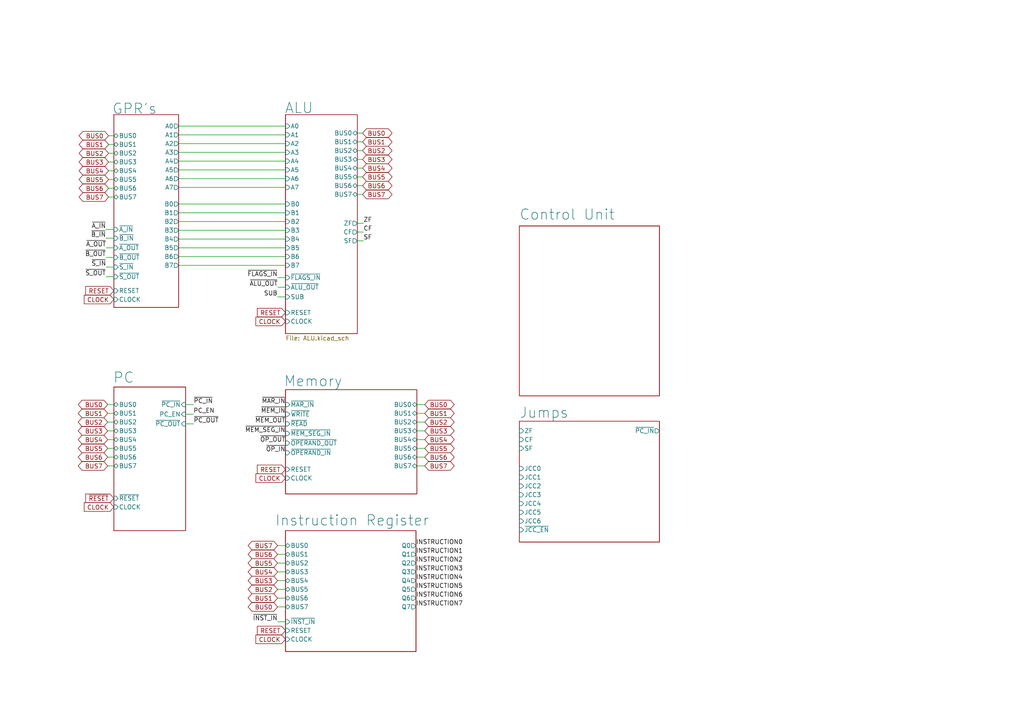
<source format=kicad_sch>
(kicad_sch (version 20211123) (generator eeschema)
  (paper "A4")
  (lib_symbols)
  (wire (pts (xy 51.816 51.816) (xy 82.804 51.816)))
  (wire (pts (xy 103.632 41.148) (xy 105.156 41.148)))
  (wire (pts (xy 51.816 66.802) (xy 82.804 66.802)))
  (wire (pts (xy 120.904 119.888) (xy 123.19 119.888)))
  (wire (pts (xy 82.804 173.482) (xy 80.518 173.482)))
  (wire (pts (xy 56.134 117.348) (xy 53.848 117.348)))
  (wire (pts (xy 51.816 49.276) (xy 82.804 49.276)))
  (wire (pts (xy 103.632 56.388) (xy 105.156 56.388)))
  (wire (pts (xy 82.804 176.022) (xy 80.518 176.022)))
  (wire (pts (xy 31.242 130.048) (xy 33.02 130.048)))
  (wire (pts (xy 51.816 39.116) (xy 82.804 39.116)))
  (wire (pts (xy 80.5768 83.312) (xy 82.804 83.312)))
  (wire (pts (xy 80.518 86.106) (xy 82.804 86.106)))
  (wire (pts (xy 31.242 122.428) (xy 33.02 122.428)))
  (wire (pts (xy 51.816 46.736) (xy 82.804 46.736)))
  (wire (pts (xy 120.904 122.428) (xy 123.19 122.428)))
  (wire (pts (xy 51.816 69.342) (xy 82.804 69.342)))
  (wire (pts (xy 103.632 53.848) (xy 105.156 53.848)))
  (wire (pts (xy 51.816 44.196) (xy 82.804 44.196)))
  (wire (pts (xy 80.518 80.518) (xy 82.804 80.518)))
  (wire (pts (xy 33.02 39.37) (xy 31.496 39.37)))
  (wire (pts (xy 30.7928 71.882) (xy 33.02 71.882)))
  (wire (pts (xy 82.804 158.242) (xy 80.518 158.242)))
  (wire (pts (xy 33.02 46.99) (xy 31.496 46.99)))
  (wire (pts (xy 51.816 54.356) (xy 82.804 54.356)))
  (wire (pts (xy 103.632 69.85) (xy 105.41 69.85)))
  (wire (pts (xy 33.02 41.91) (xy 31.496 41.91)))
  (wire (pts (xy 56.0752 120.142) (xy 53.848 120.142)))
  (wire (pts (xy 120.904 130.048) (xy 123.19 130.048)))
  (wire (pts (xy 33.02 49.53) (xy 31.496 49.53)))
  (wire (pts (xy 30.734 80.264) (xy 33.02 80.264)))
  (wire (pts (xy 82.804 165.862) (xy 80.518 165.862)))
  (wire (pts (xy 31.242 135.128) (xy 33.02 135.128)))
  (wire (pts (xy 30.7928 77.47) (xy 33.02 77.47)))
  (wire (pts (xy 31.242 132.588) (xy 33.02 132.588)))
  (wire (pts (xy 82.804 170.942) (xy 80.518 170.942)))
  (wire (pts (xy 51.816 76.962) (xy 82.804 76.962)))
  (wire (pts (xy 30.734 74.676) (xy 33.02 74.676)))
  (wire (pts (xy 51.816 64.262) (xy 82.804 64.262)))
  (wire (pts (xy 30.734 69.088) (xy 33.02 69.088)))
  (wire (pts (xy 51.816 61.722) (xy 82.804 61.722)))
  (wire (pts (xy 120.904 132.588) (xy 123.19 132.588)))
  (wire (pts (xy 31.242 119.888) (xy 33.02 119.888)))
  (wire (pts (xy 82.804 163.322) (xy 80.518 163.322)))
  (wire (pts (xy 51.816 71.882) (xy 82.804 71.882)))
  (wire (pts (xy 31.242 117.348) (xy 33.02 117.348)))
  (wire (pts (xy 31.242 127.508) (xy 33.02 127.508)))
  (wire (pts (xy 33.02 52.07) (xy 31.496 52.07)))
  (wire (pts (xy 33.02 54.61) (xy 31.496 54.61)))
  (wire (pts (xy 51.816 74.422) (xy 82.804 74.422)))
  (wire (pts (xy 120.904 124.968) (xy 123.19 124.968)))
  (wire (pts (xy 82.804 160.782) (xy 80.518 160.782)))
  (wire (pts (xy 33.02 57.15) (xy 31.496 57.15)))
  (wire (pts (xy 30.734 66.548) (xy 33.02 66.548)))
  (wire (pts (xy 103.632 38.608) (xy 105.156 38.608)))
  (wire (pts (xy 80.518 180.34) (xy 82.804 180.34)))
  (wire (pts (xy 120.904 127.508) (xy 123.19 127.508)))
  (wire (pts (xy 103.632 64.77) (xy 105.41 64.77)))
  (wire (pts (xy 82.804 168.402) (xy 80.518 168.402)))
  (wire (pts (xy 103.632 46.228) (xy 105.156 46.228)))
  (wire (pts (xy 103.632 43.688) (xy 105.156 43.688)))
  (wire (pts (xy 120.904 135.128) (xy 123.19 135.128)))
  (wire (pts (xy 51.816 59.182) (xy 82.804 59.182)))
  (wire (pts (xy 103.632 67.31) (xy 105.41 67.31)))
  (wire (pts (xy 103.632 48.768) (xy 105.156 48.768)))
  (wire (pts (xy 33.02 44.45) (xy 31.496 44.45)))
  (wire (pts (xy 120.904 117.348) (xy 123.19 117.348)))
  (wire (pts (xy 51.816 41.656) (xy 82.804 41.656)))
  (wire (pts (xy 103.632 51.308) (xy 105.156 51.308)))
  (wire (pts (xy 56.134 122.936) (xy 53.848 122.936)))
  (wire (pts (xy 51.816 36.576) (xy 82.804 36.576)))
  (wire (pts (xy 31.242 124.968) (xy 33.02 124.968)))
  (label "INSTRUCTION0" (at 120.65 158.242 0))
  (label "~{A_IN}" (at 30.734 66.548 180))
  (label "~{FLAGS_IN}" (at 80.518 80.518 180))
  (label "~{PC_IN}" (at 56.134 117.348 0))
  (label "PC_EN" (at 56.0752 120.142 0))
  (label "SF" (at 105.41 69.85 0))
  (label "~{MEM_OUT}" (at 82.804 122.936 180))
  (label "~{MAR_IN}" (at 82.804 117.348 180))
  (label "~{INST_IN}" (at 80.518 180.34 180))
  (label "~{B_IN}" (at 30.734 69.088 180))
  (label "~{A_OUT}" (at 30.7928 71.882 180))
  (label "INSTRUCTION2" (at 120.65 163.322 0))
  (label "~{OP_OUT}" (at 82.804 128.524 180))
  (label "~{S_IN}" (at 30.7928 77.47 180))
  (label "~{OP_IN}" (at 82.804 131.318 180))
  (label "~{S_OUT}" (at 30.734 80.264 180))
  (label "~{B_OUT}" (at 30.734 74.676 180))
  (label "INSTRUCTION6" (at 120.65 173.482 0))
  (label "~{ALU_OUT}" (at 80.5768 83.312 180))
  (label "INSTRUCTION5" (at 120.65 170.942 0))
  (label "CF" (at 105.41 67.31 0))
  (label "ZF" (at 105.41 64.77 0))
  (label "~{MEM_SEG_IN}" (at 82.804 125.73 180))
  (label "INSTRUCTION4" (at 120.65 168.402 0))
  (label "INSTRUCTION3" (at 120.65 165.862 0))
  (label "INSTRUCTION1" (at 120.65 160.782 0))
  (label "~{PC_OUT}" (at 56.134 122.936 0))
  (label "~{MEM_IN}" (at 82.804 120.142 180))
  (label "INSTRUCTION7" (at 120.65 176.022 0))
  (label "SUB" (at 80.518 86.106 180))
  (global_label "BUS7" (shape tri_state) (at 31.496 57.15 180) (property "Intersheet References" "${INTERSHEET_REFS}" (effects hide)))
  (global_label "BUS2" (shape tri_state) (at 80.518 170.942 180) (property "Intersheet References" "${INTERSHEET_REFS}" (effects hide)))
  (global_label "BUS2" (shape tri_state) (at 31.496 44.45 180) (property "Intersheet References" "${INTERSHEET_REFS}" (effects hide)))
  (global_label "BUS7" (shape tri_state) (at 123.19 135.128 0) (property "Intersheet References" "${INTERSHEET_REFS}" (effects hide)))
  (global_label "BUS0" (shape tri_state) (at 123.19 117.348 0) (property "Intersheet References" "${INTERSHEET_REFS}" (effects hide)))
  (global_label "BUS5" (shape tri_state) (at 31.496 52.07 180) (property "Intersheet References" "${INTERSHEET_REFS}" (effects hide)))
  (global_label "BUS4" (shape tri_state) (at 123.19 127.508 0) (property "Intersheet References" "${INTERSHEET_REFS}" (effects hide)))
  (global_label "CLOCK" (shape input) (at 82.804 93.218 180) (property "Intersheet References" "${INTERSHEET_REFS}" (effects hide)))
  (global_label "BUS7" (shape tri_state) (at 105.156 56.388 0) (property "Intersheet References" "${INTERSHEET_REFS}" (effects hide)))
  (global_label "BUS3" (shape tri_state) (at 105.156 46.228 0) (property "Intersheet References" "${INTERSHEET_REFS}" (effects hide)))
  (global_label "BUS0" (shape tri_state) (at 31.496 39.37 180) (property "Intersheet References" "${INTERSHEET_REFS}" (effects hide)))
  (global_label "BUS3" (shape tri_state) (at 123.19 124.968 0) (property "Intersheet References" "${INTERSHEET_REFS}" (effects hide)))
  (global_label "CLOCK" (shape input) (at 33.02 147.066 180) (property "Intersheet References" "${INTERSHEET_REFS}" (effects hide)))
  (global_label "BUS3" (shape tri_state) (at 31.496 46.99 180) (property "Intersheet References" "${INTERSHEET_REFS}" (effects hide)))
  (global_label "CLOCK" (shape input) (at 82.804 185.42 180) (property "Intersheet References" "${INTERSHEET_REFS}" (effects hide)))
  (global_label "BUS4" (shape tri_state) (at 31.242 127.508 180) (property "Intersheet References" "${INTERSHEET_REFS}" (effects hide)))
  (global_label "BUS2" (shape tri_state) (at 123.19 122.428 0) (property "Intersheet References" "${INTERSHEET_REFS}" (effects hide)))
  (global_label "RESET" (shape input) (at 82.804 90.678 180) (property "Intersheet References" "${INTERSHEET_REFS}" (effects hide)))
  (global_label "BUS6" (shape tri_state) (at 31.496 54.61 180) (property "Intersheet References" "${INTERSHEET_REFS}" (effects hide)))
  (global_label "BUS1" (shape tri_state) (at 31.242 119.888 180) (property "Intersheet References" "${INTERSHEET_REFS}" (effects hide)))
  (global_label "BUS2" (shape tri_state) (at 31.242 122.428 180) (property "Intersheet References" "${INTERSHEET_REFS}" (effects hide)))
  (global_label "BUS4" (shape tri_state) (at 80.518 165.862 180) (property "Intersheet References" "${INTERSHEET_REFS}" (effects hide)))
  (global_label "BUS7" (shape tri_state) (at 80.518 158.242 180) (property "Intersheet References" "${INTERSHEET_REFS}" (effects hide)))
  (global_label "BUS0" (shape tri_state) (at 105.156 38.608 0) (property "Intersheet References" "${INTERSHEET_REFS}" (effects hide)))
  (global_label "BUS7" (shape tri_state) (at 31.242 135.128 180) (property "Intersheet References" "${INTERSHEET_REFS}" (effects hide)))
  (global_label "BUS5" (shape tri_state) (at 105.156 51.308 0) (property "Intersheet References" "${INTERSHEET_REFS}" (effects hide)))
  (global_label "BUS6" (shape tri_state) (at 80.518 160.782 180) (property "Intersheet References" "${INTERSHEET_REFS}" (effects hide)))
  (global_label "BUS6" (shape tri_state) (at 105.156 53.848 0) (property "Intersheet References" "${INTERSHEET_REFS}" (effects hide)))
  (global_label "BUS4" (shape tri_state) (at 31.496 49.53 180) (property "Intersheet References" "${INTERSHEET_REFS}" (effects hide)))
  (global_label "BUS1" (shape tri_state) (at 105.156 41.148 0) (property "Intersheet References" "${INTERSHEET_REFS}" (effects hide)))
  (global_label "BUS6" (shape tri_state) (at 123.19 132.588 0) (property "Intersheet References" "${INTERSHEET_REFS}" (effects hide)))
  (global_label "BUS1" (shape tri_state) (at 31.496 41.91 180) (property "Intersheet References" "${INTERSHEET_REFS}" (effects hide)))
  (global_label "~{RESET}" (shape input) (at 33.02 144.526 180) (property "Intersheet References" "${INTERSHEET_REFS}" (effects hide)))
  (global_label "BUS0" (shape tri_state) (at 80.518 176.022 180) (property "Intersheet References" "${INTERSHEET_REFS}" (effects hide)))
  (global_label "BUS1" (shape tri_state) (at 80.518 173.482 180) (property "Intersheet References" "${INTERSHEET_REFS}" (effects hide)))
  (global_label "BUS0" (shape tri_state) (at 31.242 117.348 180) (property "Intersheet References" "${INTERSHEET_REFS}" (effects hide)))
  (global_label "CLOCK" (shape input) (at 82.804 138.684 180) (property "Intersheet References" "${INTERSHEET_REFS}" (effects hide)))
  (global_label "BUS2" (shape tri_state) (at 105.156 43.688 0) (property "Intersheet References" "${INTERSHEET_REFS}" (effects hide)))
  (global_label "CLOCK" (shape input) (at 33.02 86.868 180) (property "Intersheet References" "${INTERSHEET_REFS}" (effects hide)))
  (global_label "BUS4" (shape tri_state) (at 105.156 48.768 0) (property "Intersheet References" "${INTERSHEET_REFS}" (effects hide)))
  (global_label "BUS6" (shape tri_state) (at 31.242 132.588 180) (property "Intersheet References" "${INTERSHEET_REFS}" (effects hide)))
  (global_label "BUS1" (shape tri_state) (at 123.19 119.888 0) (property "Intersheet References" "${INTERSHEET_REFS}" (effects hide)))
  (global_label "RESET" (shape input) (at 33.02 84.328 180) (property "Intersheet References" "${INTERSHEET_REFS}" (effects hide)))
  (global_label "BUS5" (shape tri_state) (at 31.242 130.048 180) (property "Intersheet References" "${INTERSHEET_REFS}" (effects hide)))
  (global_label "RESET" (shape input) (at 82.804 182.88 180) (property "Intersheet References" "${INTERSHEET_REFS}" (effects hide)))
  (global_label "RESET" (shape input) (at 82.804 136.144 180) (property "Intersheet References" "${INTERSHEET_REFS}" (effects hide)))
  (global_label "BUS3" (shape tri_state) (at 31.242 124.968 180) (property "Intersheet References" "${INTERSHEET_REFS}" (effects hide)))
  (global_label "BUS5" (shape tri_state) (at 123.19 130.048 0) (property "Intersheet References" "${INTERSHEET_REFS}" (effects hide)))
  (global_label "BUS5" (shape tri_state) (at 80.518 163.322 180) (property "Intersheet References" "${INTERSHEET_REFS}" (effects hide)))
  (global_label "BUS3" (shape tri_state) (at 80.518 168.402 180) (property "Intersheet References" "${INTERSHEET_REFS}" (effects hide)))
  (sheet (at 33.02 112.268) (size 20.828 41.656) (stroke (width 0.1524))
    (property "Sheet name" "PC" (at 32.766 111.252 0) (effects (font (size 3 3)) (justify left bottom)))
    (property "Sheet file" "program-counter.kicad_sch" (effects hide))
    (pin "~{PC_OUT}" input (at 53.848 122.936 0))
    (pin "~{RESET}" input (at 33.02 144.526 180))
    (pin "CLOCK" input (at 33.02 147.066 180))
    (pin "PC_EN" input (at 53.848 120.142 0))
    (pin "~{PC_IN}" input (at 53.848 117.348 0))
    (pin "BUS0" tri_state (at 33.02 117.348 180))
    (pin "BUS1" tri_state (at 33.02 119.888 180))
    (pin "BUS2" tri_state (at 33.02 122.428 180))
    (pin "BUS3" tri_state (at 33.02 124.968 180))
    (pin "BUS5" tri_state (at 33.02 130.048 180))
    (pin "BUS7" tri_state (at 33.02 135.128 180))
    (pin "BUS4" tri_state (at 33.02 127.508 180))
    (pin "BUS6" tri_state (at 33.02 132.588 180))
  )
  (sheet (at 82.804 113.03) (size 38.1 30.226) (stroke (width 0.1524))
    (property "Sheet name" "Memory" (at 82.296 112.268 0) (effects (font (size 3 3)) (justify left bottom)))
    (property "Sheet file" "memory.kicad_sch" (effects hide))
    (pin "BUS1" tri_state (at 120.904 119.888 0))
    (pin "BUS0" tri_state (at 120.904 117.348 0))
    (pin "BUS2" tri_state (at 120.904 122.428 0))
    (pin "BUS4" tri_state (at 120.904 127.508 0))
    (pin "BUS6" tri_state (at 120.904 132.588 0))
    (pin "BUS7" tri_state (at 120.904 135.128 0))
    (pin "BUS3" tri_state (at 120.904 124.968 0))
    (pin "BUS5" tri_state (at 120.904 130.048 0))
    (pin "RESET" input (at 82.804 136.144 180))
    (pin "CLOCK" input (at 82.804 138.684 180))
    (pin "~{MEM_SEG_IN}" input (at 82.804 125.73 180))
    (pin "~{READ}" input (at 82.804 122.936 180))
    (pin "~{WRITE}" input (at 82.804 120.142 180))
    (pin "~{MAR_IN}" input (at 82.804 117.348 180))
    (pin "~{OPERAND_OUT}" input (at 82.804 128.524 180))
    (pin "~{OPERAND_IN}" input (at 82.804 131.318 180))
  )
  (sheet (at 82.804 33.274) (size 20.828 63.5) (stroke (width 0.1524))
    (property "Sheet name" "ALU" (at 82.55 33.02 0) (effects (font (size 3 3)) (justify left bottom)))
    (property "Sheet file" "ALU.kicad_sch" (at 82.804 97.3586 0) (effects (justify left top)))
    (pin "A0" input (at 82.804 36.576 180))
    (pin "BUS7" tri_state (at 103.632 56.388 0))
    (pin "BUS1" tri_state (at 103.632 41.148 0))
    (pin "BUS0" tri_state (at 103.632 38.608 0))
    (pin "BUS6" tri_state (at 103.632 53.848 0))
    (pin "~{ALU_OUT}" input (at 82.804 83.312 180))
    (pin "BUS4" tri_state (at 103.632 48.768 0))
    (pin "BUS2" tri_state (at 103.632 43.688 0))
    (pin "ZF" output (at 103.632 64.77 0))
    (pin "CF" output (at 103.632 67.31 0))
    (pin "SF" output (at 103.632 69.85 0))
    (pin "B6" input (at 82.804 74.422 180))
    (pin "B4" input (at 82.804 69.342 180))
    (pin "B3" input (at 82.804 66.802 180))
    (pin "B5" input (at 82.804 71.882 180))
    (pin "B7" input (at 82.804 76.962 180))
    (pin "SUB" input (at 82.804 86.106 180))
    (pin "B1" input (at 82.804 61.722 180))
    (pin "B2" input (at 82.804 64.262 180))
    (pin "B0" input (at 82.804 59.182 180))
    (pin "A5" input (at 82.804 49.276 180))
    (pin "A4" input (at 82.804 46.736 180))
    (pin "A6" input (at 82.804 51.816 180))
    (pin "A7" input (at 82.804 54.356 180))
    (pin "A1" input (at 82.804 39.116 180))
    (pin "A3" input (at 82.804 44.196 180))
    (pin "A2" input (at 82.804 41.656 180))
    (pin "RESET" input (at 82.804 90.678 180))
    (pin "~{FLAGS_IN}" input (at 82.804 80.518 180))
    (pin "CLOCK" input (at 82.804 93.218 180))
    (pin "BUS5" tri_state (at 103.632 51.308 0))
    (pin "BUS3" tri_state (at 103.632 46.228 0))
  )
  (sheet (at 150.622 122.174) (size 40.64 35.052) (stroke (width 0.1524))
    (property "Sheet name" "Jumps" (at 150.622 121.412 0) (effects (font (size 3 3)) (justify left bottom)))
    (property "Sheet file" "jumps.kicad_sch" (effects hide))
    (pin "ZF" input (at 150.622 124.968 180))
    (pin "CF" input (at 150.622 127.508 180))
    (pin "SF" input (at 150.622 130.048 180))
    (pin "~{JCC_EN}" input (at 150.622 153.67 180))
    (pin "~{PC_IN}" output (at 191.262 124.968 0))
    (pin "JCC3" input (at 150.622 143.51 180))
    (pin "JCC4" input (at 150.622 146.05 180))
    (pin "JCC5" input (at 150.622 148.59 180))
    (pin "JCC6" input (at 150.622 151.13 180))
    (pin "JCC2" input (at 150.622 140.97 180))
    (pin "JCC0" input (at 150.622 135.89 180))
    (pin "JCC1" input (at 150.622 138.43 180))
  )
  (sheet (at 150.622 65.532) (size 40.64 49.276) (stroke (width 0.1524))
    (property "Sheet name" "Control Unit" (at 150.622 63.9554 0) (effects (font (size 3 3)) (justify left bottom)))
    (property "Sheet file" "control.kicad_sch" (effects hide))
  )
  (sheet (at 82.804 153.924) (size 37.846 35.052) (stroke (width 0.1524))
    (property "Sheet name" "Instruction Register" (at 79.756 152.654 0) (effects (font (size 3 3)) (justify left bottom)))
    (property "Sheet file" "instruction.kicad_sch" (effects hide))
    (pin "RESET" input (at 82.804 182.88 180))
    (pin "CLOCK" input (at 82.804 185.42 180))
    (pin "~{INST_IN}" input (at 82.804 180.34 180))
    (pin "BUS4" tri_state (at 82.804 168.402 180))
    (pin "BUS7" tri_state (at 82.804 176.022 180))
    (pin "BUS5" tri_state (at 82.804 170.942 180))
    (pin "BUS6" tri_state (at 82.804 173.482 180))
    (pin "BUS3" tri_state (at 82.804 165.862 180))
    (pin "BUS2" tri_state (at 82.804 163.322 180))
    (pin "BUS1" tri_state (at 82.804 160.782 180))
    (pin "BUS0" tri_state (at 82.804 158.242 180))
    (pin "Q0" output (at 120.65 158.242 0))
    (pin "Q1" output (at 120.65 160.782 0))
    (pin "Q2" output (at 120.65 163.322 0))
    (pin "Q3" output (at 120.65 165.862 0))
    (pin "Q4" output (at 120.65 168.402 0))
    (pin "Q5" output (at 120.65 170.942 0))
    (pin "Q6" output (at 120.65 173.482 0))
    (pin "Q7" output (at 120.65 176.022 0))
  )
  (sheet (at 33.02 33.274) (size 18.796 55.88) (stroke (width 0.1524))
    (property "Sheet name" "GPR's" (at 32.512 33.274 0) (effects (font (size 3 3)) (justify left bottom)))
    (property "Sheet file" "general-purpose-registers.kicad_sch" (effects hide))
    (pin "BUS4" tri_state (at 33.02 49.53 180))
    (pin "BUS6" tri_state (at 33.02 54.61 180))
    (pin "BUS3" tri_state (at 33.02 46.99 180))
    (pin "BUS7" tri_state (at 33.02 57.15 180))
    (pin "BUS5" tri_state (at 33.02 52.07 180))
    (pin "BUS1" tri_state (at 33.02 41.91 180))
    (pin "BUS2" tri_state (at 33.02 44.45 180))
    (pin "BUS0" tri_state (at 33.02 39.37 180))
    (pin "CLOCK" input (at 33.02 86.868 180))
    (pin "RESET" input (at 33.02 84.328 180))
    (pin "~{B_IN}" input (at 33.02 69.088 180))
    (pin "~{A_IN}" input (at 33.02 66.548 180))
    (pin "~{A_OUT}" input (at 33.02 71.882 180))
    (pin "~{B_OUT}" input (at 33.02 74.676 180))
    (pin "B0" output (at 51.816 59.182 0))
    (pin "B2" output (at 51.816 64.262 0))
    (pin "B1" output (at 51.816 61.722 0))
    (pin "B4" output (at 51.816 69.342 0))
    (pin "B3" output (at 51.816 66.802 0))
    (pin "B7" output (at 51.816 76.962 0))
    (pin "B5" output (at 51.816 71.882 0))
    (pin "B6" output (at 51.816 74.422 0))
    (pin "A0" output (at 51.816 36.576 0))
    (pin "A1" output (at 51.816 39.116 0))
    (pin "A2" output (at 51.816 41.656 0))
    (pin "A3" output (at 51.816 44.196 0))
    (pin "A4" output (at 51.816 46.736 0))
    (pin "A5" output (at 51.816 49.276 0))
    (pin "A6" output (at 51.816 51.816 0))
    (pin "A7" output (at 51.816 54.356 0))
    (pin "~{S_OUT}" input (at 33.02 80.264 180))
    (pin "~{S_IN}" input (at 33.02 77.47 180))
  )
)
</source>
